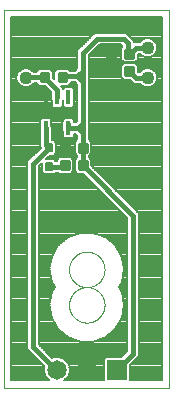
<source format=gtl>
G75*
%MOIN*%
%OFA0B0*%
%FSLAX25Y25*%
%IPPOS*%
%LPD*%
%AMOC8*
5,1,8,0,0,1.08239X$1,22.5*
%
%ADD10C,0.00000*%
%ADD11R,0.06500X0.06500*%
%ADD12C,0.06500*%
%ADD13R,0.01575X0.04724*%
%ADD14C,0.04362*%
%ADD15C,0.00875*%
%ADD16C,0.00689*%
%ADD17C,0.01800*%
%ADD18C,0.00700*%
D10*
X0005685Y0001350D02*
X0005685Y0127334D01*
X0060804Y0127334D01*
X0060804Y0001350D01*
X0005685Y0001350D01*
X0027339Y0028909D02*
X0027341Y0029062D01*
X0027347Y0029216D01*
X0027357Y0029369D01*
X0027371Y0029521D01*
X0027389Y0029674D01*
X0027411Y0029825D01*
X0027436Y0029976D01*
X0027466Y0030127D01*
X0027500Y0030277D01*
X0027537Y0030425D01*
X0027578Y0030573D01*
X0027623Y0030719D01*
X0027672Y0030865D01*
X0027725Y0031009D01*
X0027781Y0031151D01*
X0027841Y0031292D01*
X0027905Y0031432D01*
X0027972Y0031570D01*
X0028043Y0031706D01*
X0028118Y0031840D01*
X0028195Y0031972D01*
X0028277Y0032102D01*
X0028361Y0032230D01*
X0028449Y0032356D01*
X0028540Y0032479D01*
X0028634Y0032600D01*
X0028732Y0032718D01*
X0028832Y0032834D01*
X0028936Y0032947D01*
X0029042Y0033058D01*
X0029151Y0033166D01*
X0029263Y0033271D01*
X0029377Y0033372D01*
X0029495Y0033471D01*
X0029614Y0033567D01*
X0029736Y0033660D01*
X0029861Y0033749D01*
X0029988Y0033836D01*
X0030117Y0033918D01*
X0030248Y0033998D01*
X0030381Y0034074D01*
X0030516Y0034147D01*
X0030653Y0034216D01*
X0030792Y0034281D01*
X0030932Y0034343D01*
X0031074Y0034401D01*
X0031217Y0034456D01*
X0031362Y0034507D01*
X0031508Y0034554D01*
X0031655Y0034597D01*
X0031803Y0034636D01*
X0031952Y0034672D01*
X0032102Y0034703D01*
X0032253Y0034731D01*
X0032404Y0034755D01*
X0032557Y0034775D01*
X0032709Y0034791D01*
X0032862Y0034803D01*
X0033015Y0034811D01*
X0033168Y0034815D01*
X0033322Y0034815D01*
X0033475Y0034811D01*
X0033628Y0034803D01*
X0033781Y0034791D01*
X0033933Y0034775D01*
X0034086Y0034755D01*
X0034237Y0034731D01*
X0034388Y0034703D01*
X0034538Y0034672D01*
X0034687Y0034636D01*
X0034835Y0034597D01*
X0034982Y0034554D01*
X0035128Y0034507D01*
X0035273Y0034456D01*
X0035416Y0034401D01*
X0035558Y0034343D01*
X0035698Y0034281D01*
X0035837Y0034216D01*
X0035974Y0034147D01*
X0036109Y0034074D01*
X0036242Y0033998D01*
X0036373Y0033918D01*
X0036502Y0033836D01*
X0036629Y0033749D01*
X0036754Y0033660D01*
X0036876Y0033567D01*
X0036995Y0033471D01*
X0037113Y0033372D01*
X0037227Y0033271D01*
X0037339Y0033166D01*
X0037448Y0033058D01*
X0037554Y0032947D01*
X0037658Y0032834D01*
X0037758Y0032718D01*
X0037856Y0032600D01*
X0037950Y0032479D01*
X0038041Y0032356D01*
X0038129Y0032230D01*
X0038213Y0032102D01*
X0038295Y0031972D01*
X0038372Y0031840D01*
X0038447Y0031706D01*
X0038518Y0031570D01*
X0038585Y0031432D01*
X0038649Y0031292D01*
X0038709Y0031151D01*
X0038765Y0031009D01*
X0038818Y0030865D01*
X0038867Y0030719D01*
X0038912Y0030573D01*
X0038953Y0030425D01*
X0038990Y0030277D01*
X0039024Y0030127D01*
X0039054Y0029976D01*
X0039079Y0029825D01*
X0039101Y0029674D01*
X0039119Y0029521D01*
X0039133Y0029369D01*
X0039143Y0029216D01*
X0039149Y0029062D01*
X0039151Y0028909D01*
X0039149Y0028756D01*
X0039143Y0028602D01*
X0039133Y0028449D01*
X0039119Y0028297D01*
X0039101Y0028144D01*
X0039079Y0027993D01*
X0039054Y0027842D01*
X0039024Y0027691D01*
X0038990Y0027541D01*
X0038953Y0027393D01*
X0038912Y0027245D01*
X0038867Y0027099D01*
X0038818Y0026953D01*
X0038765Y0026809D01*
X0038709Y0026667D01*
X0038649Y0026526D01*
X0038585Y0026386D01*
X0038518Y0026248D01*
X0038447Y0026112D01*
X0038372Y0025978D01*
X0038295Y0025846D01*
X0038213Y0025716D01*
X0038129Y0025588D01*
X0038041Y0025462D01*
X0037950Y0025339D01*
X0037856Y0025218D01*
X0037758Y0025100D01*
X0037658Y0024984D01*
X0037554Y0024871D01*
X0037448Y0024760D01*
X0037339Y0024652D01*
X0037227Y0024547D01*
X0037113Y0024446D01*
X0036995Y0024347D01*
X0036876Y0024251D01*
X0036754Y0024158D01*
X0036629Y0024069D01*
X0036502Y0023982D01*
X0036373Y0023900D01*
X0036242Y0023820D01*
X0036109Y0023744D01*
X0035974Y0023671D01*
X0035837Y0023602D01*
X0035698Y0023537D01*
X0035558Y0023475D01*
X0035416Y0023417D01*
X0035273Y0023362D01*
X0035128Y0023311D01*
X0034982Y0023264D01*
X0034835Y0023221D01*
X0034687Y0023182D01*
X0034538Y0023146D01*
X0034388Y0023115D01*
X0034237Y0023087D01*
X0034086Y0023063D01*
X0033933Y0023043D01*
X0033781Y0023027D01*
X0033628Y0023015D01*
X0033475Y0023007D01*
X0033322Y0023003D01*
X0033168Y0023003D01*
X0033015Y0023007D01*
X0032862Y0023015D01*
X0032709Y0023027D01*
X0032557Y0023043D01*
X0032404Y0023063D01*
X0032253Y0023087D01*
X0032102Y0023115D01*
X0031952Y0023146D01*
X0031803Y0023182D01*
X0031655Y0023221D01*
X0031508Y0023264D01*
X0031362Y0023311D01*
X0031217Y0023362D01*
X0031074Y0023417D01*
X0030932Y0023475D01*
X0030792Y0023537D01*
X0030653Y0023602D01*
X0030516Y0023671D01*
X0030381Y0023744D01*
X0030248Y0023820D01*
X0030117Y0023900D01*
X0029988Y0023982D01*
X0029861Y0024069D01*
X0029736Y0024158D01*
X0029614Y0024251D01*
X0029495Y0024347D01*
X0029377Y0024446D01*
X0029263Y0024547D01*
X0029151Y0024652D01*
X0029042Y0024760D01*
X0028936Y0024871D01*
X0028832Y0024984D01*
X0028732Y0025100D01*
X0028634Y0025218D01*
X0028540Y0025339D01*
X0028449Y0025462D01*
X0028361Y0025588D01*
X0028277Y0025716D01*
X0028195Y0025846D01*
X0028118Y0025978D01*
X0028043Y0026112D01*
X0027972Y0026248D01*
X0027905Y0026386D01*
X0027841Y0026526D01*
X0027781Y0026667D01*
X0027725Y0026809D01*
X0027672Y0026953D01*
X0027623Y0027099D01*
X0027578Y0027245D01*
X0027537Y0027393D01*
X0027500Y0027541D01*
X0027466Y0027691D01*
X0027436Y0027842D01*
X0027411Y0027993D01*
X0027389Y0028144D01*
X0027371Y0028297D01*
X0027357Y0028449D01*
X0027347Y0028602D01*
X0027341Y0028756D01*
X0027339Y0028909D01*
X0027339Y0040720D02*
X0027341Y0040873D01*
X0027347Y0041027D01*
X0027357Y0041180D01*
X0027371Y0041332D01*
X0027389Y0041485D01*
X0027411Y0041636D01*
X0027436Y0041787D01*
X0027466Y0041938D01*
X0027500Y0042088D01*
X0027537Y0042236D01*
X0027578Y0042384D01*
X0027623Y0042530D01*
X0027672Y0042676D01*
X0027725Y0042820D01*
X0027781Y0042962D01*
X0027841Y0043103D01*
X0027905Y0043243D01*
X0027972Y0043381D01*
X0028043Y0043517D01*
X0028118Y0043651D01*
X0028195Y0043783D01*
X0028277Y0043913D01*
X0028361Y0044041D01*
X0028449Y0044167D01*
X0028540Y0044290D01*
X0028634Y0044411D01*
X0028732Y0044529D01*
X0028832Y0044645D01*
X0028936Y0044758D01*
X0029042Y0044869D01*
X0029151Y0044977D01*
X0029263Y0045082D01*
X0029377Y0045183D01*
X0029495Y0045282D01*
X0029614Y0045378D01*
X0029736Y0045471D01*
X0029861Y0045560D01*
X0029988Y0045647D01*
X0030117Y0045729D01*
X0030248Y0045809D01*
X0030381Y0045885D01*
X0030516Y0045958D01*
X0030653Y0046027D01*
X0030792Y0046092D01*
X0030932Y0046154D01*
X0031074Y0046212D01*
X0031217Y0046267D01*
X0031362Y0046318D01*
X0031508Y0046365D01*
X0031655Y0046408D01*
X0031803Y0046447D01*
X0031952Y0046483D01*
X0032102Y0046514D01*
X0032253Y0046542D01*
X0032404Y0046566D01*
X0032557Y0046586D01*
X0032709Y0046602D01*
X0032862Y0046614D01*
X0033015Y0046622D01*
X0033168Y0046626D01*
X0033322Y0046626D01*
X0033475Y0046622D01*
X0033628Y0046614D01*
X0033781Y0046602D01*
X0033933Y0046586D01*
X0034086Y0046566D01*
X0034237Y0046542D01*
X0034388Y0046514D01*
X0034538Y0046483D01*
X0034687Y0046447D01*
X0034835Y0046408D01*
X0034982Y0046365D01*
X0035128Y0046318D01*
X0035273Y0046267D01*
X0035416Y0046212D01*
X0035558Y0046154D01*
X0035698Y0046092D01*
X0035837Y0046027D01*
X0035974Y0045958D01*
X0036109Y0045885D01*
X0036242Y0045809D01*
X0036373Y0045729D01*
X0036502Y0045647D01*
X0036629Y0045560D01*
X0036754Y0045471D01*
X0036876Y0045378D01*
X0036995Y0045282D01*
X0037113Y0045183D01*
X0037227Y0045082D01*
X0037339Y0044977D01*
X0037448Y0044869D01*
X0037554Y0044758D01*
X0037658Y0044645D01*
X0037758Y0044529D01*
X0037856Y0044411D01*
X0037950Y0044290D01*
X0038041Y0044167D01*
X0038129Y0044041D01*
X0038213Y0043913D01*
X0038295Y0043783D01*
X0038372Y0043651D01*
X0038447Y0043517D01*
X0038518Y0043381D01*
X0038585Y0043243D01*
X0038649Y0043103D01*
X0038709Y0042962D01*
X0038765Y0042820D01*
X0038818Y0042676D01*
X0038867Y0042530D01*
X0038912Y0042384D01*
X0038953Y0042236D01*
X0038990Y0042088D01*
X0039024Y0041938D01*
X0039054Y0041787D01*
X0039079Y0041636D01*
X0039101Y0041485D01*
X0039119Y0041332D01*
X0039133Y0041180D01*
X0039143Y0041027D01*
X0039149Y0040873D01*
X0039151Y0040720D01*
X0039149Y0040567D01*
X0039143Y0040413D01*
X0039133Y0040260D01*
X0039119Y0040108D01*
X0039101Y0039955D01*
X0039079Y0039804D01*
X0039054Y0039653D01*
X0039024Y0039502D01*
X0038990Y0039352D01*
X0038953Y0039204D01*
X0038912Y0039056D01*
X0038867Y0038910D01*
X0038818Y0038764D01*
X0038765Y0038620D01*
X0038709Y0038478D01*
X0038649Y0038337D01*
X0038585Y0038197D01*
X0038518Y0038059D01*
X0038447Y0037923D01*
X0038372Y0037789D01*
X0038295Y0037657D01*
X0038213Y0037527D01*
X0038129Y0037399D01*
X0038041Y0037273D01*
X0037950Y0037150D01*
X0037856Y0037029D01*
X0037758Y0036911D01*
X0037658Y0036795D01*
X0037554Y0036682D01*
X0037448Y0036571D01*
X0037339Y0036463D01*
X0037227Y0036358D01*
X0037113Y0036257D01*
X0036995Y0036158D01*
X0036876Y0036062D01*
X0036754Y0035969D01*
X0036629Y0035880D01*
X0036502Y0035793D01*
X0036373Y0035711D01*
X0036242Y0035631D01*
X0036109Y0035555D01*
X0035974Y0035482D01*
X0035837Y0035413D01*
X0035698Y0035348D01*
X0035558Y0035286D01*
X0035416Y0035228D01*
X0035273Y0035173D01*
X0035128Y0035122D01*
X0034982Y0035075D01*
X0034835Y0035032D01*
X0034687Y0034993D01*
X0034538Y0034957D01*
X0034388Y0034926D01*
X0034237Y0034898D01*
X0034086Y0034874D01*
X0033933Y0034854D01*
X0033781Y0034838D01*
X0033628Y0034826D01*
X0033475Y0034818D01*
X0033322Y0034814D01*
X0033168Y0034814D01*
X0033015Y0034818D01*
X0032862Y0034826D01*
X0032709Y0034838D01*
X0032557Y0034854D01*
X0032404Y0034874D01*
X0032253Y0034898D01*
X0032102Y0034926D01*
X0031952Y0034957D01*
X0031803Y0034993D01*
X0031655Y0035032D01*
X0031508Y0035075D01*
X0031362Y0035122D01*
X0031217Y0035173D01*
X0031074Y0035228D01*
X0030932Y0035286D01*
X0030792Y0035348D01*
X0030653Y0035413D01*
X0030516Y0035482D01*
X0030381Y0035555D01*
X0030248Y0035631D01*
X0030117Y0035711D01*
X0029988Y0035793D01*
X0029861Y0035880D01*
X0029736Y0035969D01*
X0029614Y0036062D01*
X0029495Y0036158D01*
X0029377Y0036257D01*
X0029263Y0036358D01*
X0029151Y0036463D01*
X0029042Y0036571D01*
X0028936Y0036682D01*
X0028832Y0036795D01*
X0028732Y0036911D01*
X0028634Y0037029D01*
X0028540Y0037150D01*
X0028449Y0037273D01*
X0028361Y0037399D01*
X0028277Y0037527D01*
X0028195Y0037657D01*
X0028118Y0037789D01*
X0028043Y0037923D01*
X0027972Y0038059D01*
X0027905Y0038197D01*
X0027841Y0038337D01*
X0027781Y0038478D01*
X0027725Y0038620D01*
X0027672Y0038764D01*
X0027623Y0038910D01*
X0027578Y0039056D01*
X0027537Y0039204D01*
X0027500Y0039352D01*
X0027466Y0039502D01*
X0027436Y0039653D01*
X0027411Y0039804D01*
X0027389Y0039955D01*
X0027371Y0040108D01*
X0027357Y0040260D01*
X0027347Y0040413D01*
X0027341Y0040567D01*
X0027339Y0040720D01*
D11*
X0043245Y0007256D03*
D12*
X0033245Y0007256D03*
X0023245Y0007256D03*
D13*
X0019582Y0087795D03*
X0019582Y0098032D03*
X0023322Y0098032D03*
X0027063Y0098032D03*
X0027063Y0087795D03*
D14*
X0012969Y0104618D03*
X0012969Y0114618D03*
X0053520Y0114618D03*
X0053520Y0104618D03*
D15*
X0048747Y0105486D02*
X0046121Y0105486D01*
X0046121Y0108112D01*
X0048747Y0108112D01*
X0048747Y0105486D01*
X0048747Y0106360D02*
X0046121Y0106360D01*
X0046121Y0107234D02*
X0048747Y0107234D01*
X0048747Y0108108D02*
X0046121Y0108108D01*
X0046092Y0113835D02*
X0048718Y0113835D01*
X0048718Y0111209D01*
X0046092Y0111209D01*
X0046092Y0113835D01*
X0046092Y0112083D02*
X0048718Y0112083D01*
X0048718Y0112957D02*
X0046092Y0112957D01*
X0046092Y0113831D02*
X0048718Y0113831D01*
X0042718Y0113835D02*
X0040092Y0113835D01*
X0042718Y0113835D02*
X0042718Y0111209D01*
X0040092Y0111209D01*
X0040092Y0113835D01*
X0040092Y0112083D02*
X0042718Y0112083D01*
X0042718Y0112957D02*
X0040092Y0112957D01*
X0040092Y0113831D02*
X0042718Y0113831D01*
X0042747Y0105486D02*
X0040121Y0105486D01*
X0040121Y0108112D01*
X0042747Y0108112D01*
X0042747Y0105486D01*
X0042747Y0106360D02*
X0040121Y0106360D01*
X0040121Y0107234D02*
X0042747Y0107234D01*
X0042747Y0108108D02*
X0040121Y0108108D01*
X0033258Y0082616D02*
X0030632Y0082616D01*
X0033258Y0082616D02*
X0033258Y0079990D01*
X0030632Y0079990D01*
X0030632Y0082616D01*
X0030632Y0080864D02*
X0033258Y0080864D01*
X0033258Y0081738D02*
X0030632Y0081738D01*
X0030632Y0082612D02*
X0033258Y0082612D01*
X0033258Y0074108D02*
X0030632Y0074108D01*
X0030632Y0076734D01*
X0033258Y0076734D01*
X0033258Y0074108D01*
X0033258Y0074982D02*
X0030632Y0074982D01*
X0030632Y0075856D02*
X0033258Y0075856D01*
X0033258Y0076730D02*
X0030632Y0076730D01*
X0027258Y0074108D02*
X0024632Y0074108D01*
X0024632Y0076734D01*
X0027258Y0076734D01*
X0027258Y0074108D01*
X0027258Y0074982D02*
X0024632Y0074982D01*
X0024632Y0075856D02*
X0027258Y0075856D01*
X0027258Y0076730D02*
X0024632Y0076730D01*
X0024632Y0082616D02*
X0027258Y0082616D01*
X0027258Y0079990D01*
X0024632Y0079990D01*
X0024632Y0082616D01*
X0024632Y0080864D02*
X0027258Y0080864D01*
X0027258Y0081738D02*
X0024632Y0081738D01*
X0024632Y0082612D02*
X0027258Y0082612D01*
X0026441Y0103409D02*
X0023815Y0103409D01*
X0023815Y0106035D01*
X0026441Y0106035D01*
X0026441Y0103409D01*
X0026441Y0104283D02*
X0023815Y0104283D01*
X0023815Y0105157D02*
X0026441Y0105157D01*
X0026441Y0106031D02*
X0023815Y0106031D01*
X0020441Y0103409D02*
X0017815Y0103409D01*
X0017815Y0106035D01*
X0020441Y0106035D01*
X0020441Y0103409D01*
X0020441Y0104283D02*
X0017815Y0104283D01*
X0017815Y0105157D02*
X0020441Y0105157D01*
X0020441Y0106031D02*
X0017815Y0106031D01*
D16*
X0021619Y0082397D02*
X0021619Y0080085D01*
X0019551Y0080085D01*
X0019551Y0082397D01*
X0021619Y0082397D01*
X0021619Y0080773D02*
X0019551Y0080773D01*
X0019551Y0081461D02*
X0021619Y0081461D01*
X0021619Y0082149D02*
X0019551Y0082149D01*
X0021619Y0076097D02*
X0021619Y0073785D01*
X0019551Y0073785D01*
X0019551Y0076097D01*
X0021619Y0076097D01*
X0021619Y0074473D02*
X0019551Y0074473D01*
X0019551Y0075161D02*
X0021619Y0075161D01*
X0021619Y0075849D02*
X0019551Y0075849D01*
D17*
X0020585Y0074941D02*
X0025465Y0074941D01*
X0025945Y0075421D01*
X0020585Y0081241D02*
X0015285Y0075941D01*
X0015285Y0014950D01*
X0022980Y0007256D01*
X0023245Y0007256D01*
X0043245Y0007256D02*
X0048685Y0012696D01*
X0048685Y0058680D01*
X0031945Y0075421D01*
X0031945Y0081303D01*
X0031945Y0086136D01*
X0030285Y0087795D01*
X0031945Y0089454D01*
X0031945Y0103091D01*
X0029985Y0105050D01*
X0031945Y0107009D01*
X0031945Y0112909D01*
X0036685Y0117650D01*
X0045485Y0117650D01*
X0047085Y0116050D01*
X0047085Y0112842D01*
X0047405Y0112522D01*
X0049500Y0114618D01*
X0053520Y0114618D01*
X0047434Y0106799D02*
X0049615Y0104618D01*
X0053520Y0104618D01*
X0031945Y0105050D02*
X0031945Y0103091D01*
X0031945Y0105050D02*
X0029985Y0105050D01*
X0025456Y0105050D01*
X0025128Y0104722D01*
X0023322Y0100528D02*
X0019128Y0104722D01*
X0013074Y0104722D01*
X0012969Y0104618D01*
X0019582Y0087795D02*
X0019582Y0082244D01*
X0020585Y0081241D01*
X0019585Y0087792D02*
X0019582Y0087795D01*
X0023322Y0098032D02*
X0023322Y0100528D01*
X0027063Y0089327D02*
X0027063Y0087795D01*
X0030285Y0087795D01*
X0031590Y0087795D01*
X0031945Y0088150D01*
X0031945Y0089454D01*
X0031945Y0088150D02*
X0031945Y0086136D01*
X0031945Y0082913D02*
X0031945Y0081303D01*
X0031945Y0105050D02*
X0031945Y0107009D01*
D18*
X0033895Y0106825D02*
X0044634Y0106825D01*
X0044634Y0106127D02*
X0033895Y0106127D01*
X0033895Y0105428D02*
X0044634Y0105428D01*
X0044634Y0104870D02*
X0045506Y0103999D01*
X0047477Y0103999D01*
X0048808Y0102668D01*
X0050901Y0102668D01*
X0051690Y0101879D01*
X0052877Y0101387D01*
X0054163Y0101387D01*
X0055350Y0101879D01*
X0056259Y0102787D01*
X0056751Y0103975D01*
X0056751Y0105260D01*
X0056259Y0106448D01*
X0055350Y0107357D01*
X0054163Y0107849D01*
X0052877Y0107849D01*
X0051690Y0107357D01*
X0050901Y0106568D01*
X0050423Y0106568D01*
X0050234Y0106757D01*
X0050234Y0108727D01*
X0049363Y0109599D01*
X0045506Y0109599D01*
X0044634Y0108727D01*
X0044634Y0104870D01*
X0044775Y0104730D02*
X0033895Y0104730D01*
X0033895Y0104031D02*
X0045473Y0104031D01*
X0044634Y0107524D02*
X0033895Y0107524D01*
X0033895Y0108222D02*
X0044634Y0108222D01*
X0044828Y0108921D02*
X0033895Y0108921D01*
X0033895Y0109619D02*
X0058454Y0109619D01*
X0058454Y0108921D02*
X0050041Y0108921D01*
X0050234Y0108222D02*
X0058454Y0108222D01*
X0058454Y0107524D02*
X0054948Y0107524D01*
X0055882Y0106825D02*
X0058454Y0106825D01*
X0058454Y0106127D02*
X0056392Y0106127D01*
X0056682Y0105428D02*
X0058454Y0105428D01*
X0058454Y0104730D02*
X0056751Y0104730D01*
X0056751Y0104031D02*
X0058454Y0104031D01*
X0058454Y0103333D02*
X0056485Y0103333D01*
X0056106Y0102634D02*
X0058454Y0102634D01*
X0058454Y0101936D02*
X0055407Y0101936D01*
X0058454Y0101237D02*
X0033895Y0101237D01*
X0033895Y0100539D02*
X0058454Y0100539D01*
X0058454Y0099840D02*
X0033895Y0099840D01*
X0033895Y0099142D02*
X0058454Y0099142D01*
X0058454Y0098443D02*
X0033895Y0098443D01*
X0033895Y0097745D02*
X0058454Y0097745D01*
X0058454Y0097046D02*
X0033895Y0097046D01*
X0033895Y0096348D02*
X0058454Y0096348D01*
X0058454Y0095649D02*
X0033895Y0095649D01*
X0033895Y0094951D02*
X0058454Y0094951D01*
X0058454Y0094252D02*
X0033895Y0094252D01*
X0033895Y0093553D02*
X0058454Y0093553D01*
X0058454Y0092855D02*
X0033895Y0092855D01*
X0033895Y0092156D02*
X0058454Y0092156D01*
X0058454Y0091458D02*
X0033895Y0091458D01*
X0033895Y0090759D02*
X0058454Y0090759D01*
X0058454Y0090061D02*
X0033895Y0090061D01*
X0033895Y0089362D02*
X0058454Y0089362D01*
X0058454Y0088664D02*
X0033895Y0088664D01*
X0033895Y0087965D02*
X0058454Y0087965D01*
X0058454Y0087267D02*
X0033895Y0087267D01*
X0033895Y0086568D02*
X0058454Y0086568D01*
X0058454Y0085870D02*
X0033895Y0085870D01*
X0033895Y0085171D02*
X0058454Y0085171D01*
X0058454Y0084473D02*
X0033895Y0084473D01*
X0033895Y0084081D02*
X0033895Y0112101D01*
X0037493Y0115700D01*
X0044678Y0115700D01*
X0045135Y0115242D01*
X0045135Y0114981D01*
X0044605Y0114451D01*
X0044605Y0110594D01*
X0045477Y0109722D01*
X0049334Y0109722D01*
X0050205Y0110594D01*
X0050205Y0112565D01*
X0050308Y0112668D01*
X0050901Y0112668D01*
X0051690Y0111879D01*
X0052877Y0111387D01*
X0054163Y0111387D01*
X0055350Y0111879D01*
X0056259Y0112787D01*
X0056751Y0113975D01*
X0056751Y0115260D01*
X0056259Y0116448D01*
X0055350Y0117357D01*
X0054163Y0117849D01*
X0052877Y0117849D01*
X0051690Y0117357D01*
X0050901Y0116568D01*
X0049035Y0116568D01*
X0049035Y0116858D01*
X0047435Y0118458D01*
X0046293Y0119600D01*
X0035878Y0119600D01*
X0034735Y0118458D01*
X0029995Y0113717D01*
X0029995Y0107817D01*
X0029178Y0107000D01*
X0027579Y0107000D01*
X0027057Y0107522D01*
X0023199Y0107522D01*
X0022328Y0106651D01*
X0022328Y0104280D01*
X0021928Y0104680D01*
X0021928Y0106651D01*
X0021057Y0107522D01*
X0017199Y0107522D01*
X0016349Y0106672D01*
X0015484Y0106672D01*
X0014799Y0107357D01*
X0013612Y0107849D01*
X0012326Y0107849D01*
X0011139Y0107357D01*
X0010230Y0106448D01*
X0009738Y0105260D01*
X0009738Y0103975D01*
X0010230Y0102787D01*
X0011139Y0101879D01*
X0012326Y0101387D01*
X0013612Y0101387D01*
X0014799Y0101879D01*
X0015693Y0102772D01*
X0016349Y0102772D01*
X0017199Y0101922D01*
X0019170Y0101922D01*
X0021372Y0099720D01*
X0021372Y0097225D01*
X0021485Y0097112D01*
X0021485Y0095235D01*
X0022100Y0094620D01*
X0024545Y0094620D01*
X0025160Y0095235D01*
X0025160Y0097112D01*
X0025225Y0097177D01*
X0025225Y0095235D01*
X0025840Y0094620D01*
X0028285Y0094620D01*
X0028900Y0095235D01*
X0028900Y0100829D01*
X0028285Y0101444D01*
X0025840Y0101444D01*
X0025272Y0100877D01*
X0025272Y0101336D01*
X0024686Y0101922D01*
X0027057Y0101922D01*
X0027928Y0102794D01*
X0027928Y0103100D01*
X0029178Y0103100D01*
X0029995Y0102283D01*
X0029995Y0090262D01*
X0029478Y0089745D01*
X0029013Y0089745D01*
X0029013Y0090135D01*
X0028900Y0090247D01*
X0028900Y0090592D01*
X0028285Y0091207D01*
X0027940Y0091207D01*
X0027870Y0091277D01*
X0026255Y0091277D01*
X0026185Y0091207D01*
X0025840Y0091207D01*
X0025225Y0090592D01*
X0025225Y0090247D01*
X0025113Y0090135D01*
X0025113Y0086988D01*
X0025225Y0086875D01*
X0025225Y0084998D01*
X0025840Y0084383D01*
X0028285Y0084383D01*
X0028900Y0084998D01*
X0028900Y0085845D01*
X0029478Y0085845D01*
X0029995Y0085328D01*
X0029995Y0084081D01*
X0029145Y0083231D01*
X0029145Y0079374D01*
X0029995Y0078524D01*
X0029995Y0078200D01*
X0029145Y0077350D01*
X0029145Y0073492D01*
X0030016Y0072621D01*
X0031987Y0072621D01*
X0046735Y0057872D01*
X0046735Y0013504D01*
X0044787Y0011555D01*
X0039560Y0011555D01*
X0038945Y0010940D01*
X0038945Y0003700D01*
X0025770Y0003700D01*
X0026890Y0004820D01*
X0027545Y0006400D01*
X0027545Y0008111D01*
X0026890Y0009691D01*
X0025680Y0010901D01*
X0024100Y0011555D01*
X0022389Y0011555D01*
X0021716Y0011277D01*
X0017235Y0015758D01*
X0017235Y0075133D01*
X0018158Y0076055D01*
X0018158Y0073208D01*
X0018974Y0072391D01*
X0022197Y0072391D01*
X0022797Y0072991D01*
X0023645Y0072991D01*
X0024016Y0072621D01*
X0027873Y0072621D01*
X0028745Y0073492D01*
X0028745Y0077350D01*
X0027873Y0078221D01*
X0024016Y0078221D01*
X0023145Y0077350D01*
X0023145Y0076891D01*
X0022797Y0076891D01*
X0022197Y0077491D01*
X0019594Y0077491D01*
X0020793Y0078691D01*
X0022197Y0078691D01*
X0023013Y0079507D01*
X0023013Y0082974D01*
X0022197Y0083791D01*
X0021532Y0083791D01*
X0021532Y0086981D01*
X0021535Y0086984D01*
X0021535Y0088600D01*
X0021532Y0088603D01*
X0021420Y0088716D01*
X0021420Y0090592D01*
X0020805Y0091207D01*
X0018360Y0091207D01*
X0017745Y0090592D01*
X0017745Y0088716D01*
X0017632Y0088603D01*
X0017632Y0081436D01*
X0017828Y0081241D01*
X0013335Y0076748D01*
X0013335Y0014142D01*
X0019068Y0008410D01*
X0018945Y0008111D01*
X0018945Y0006400D01*
X0019599Y0004820D01*
X0020719Y0003700D01*
X0008035Y0003700D01*
X0008035Y0124984D01*
X0058454Y0124984D01*
X0058454Y0003700D01*
X0047545Y0003700D01*
X0047545Y0008798D01*
X0049493Y0010746D01*
X0050635Y0011889D01*
X0050635Y0059488D01*
X0049493Y0060630D01*
X0034745Y0075379D01*
X0034745Y0077350D01*
X0033895Y0078200D01*
X0033895Y0078524D01*
X0034745Y0079374D01*
X0034745Y0083231D01*
X0033895Y0084081D01*
X0034202Y0083774D02*
X0058454Y0083774D01*
X0058454Y0083076D02*
X0034745Y0083076D01*
X0034745Y0082377D02*
X0058454Y0082377D01*
X0058454Y0081679D02*
X0034745Y0081679D01*
X0034745Y0080980D02*
X0058454Y0080980D01*
X0058454Y0080282D02*
X0034745Y0080282D01*
X0034745Y0079583D02*
X0058454Y0079583D01*
X0058454Y0078885D02*
X0034255Y0078885D01*
X0033908Y0078186D02*
X0058454Y0078186D01*
X0058454Y0077488D02*
X0034606Y0077488D01*
X0034745Y0076789D02*
X0058454Y0076789D01*
X0058454Y0076091D02*
X0034745Y0076091D01*
X0034745Y0075392D02*
X0058454Y0075392D01*
X0058454Y0074694D02*
X0035429Y0074694D01*
X0036128Y0073995D02*
X0058454Y0073995D01*
X0058454Y0073297D02*
X0036826Y0073297D01*
X0037525Y0072598D02*
X0058454Y0072598D01*
X0058454Y0071900D02*
X0038223Y0071900D01*
X0038922Y0071201D02*
X0058454Y0071201D01*
X0058454Y0070503D02*
X0039620Y0070503D01*
X0040319Y0069804D02*
X0058454Y0069804D01*
X0058454Y0069106D02*
X0041017Y0069106D01*
X0041716Y0068407D02*
X0058454Y0068407D01*
X0058454Y0067709D02*
X0042415Y0067709D01*
X0043113Y0067010D02*
X0058454Y0067010D01*
X0058454Y0066312D02*
X0043812Y0066312D01*
X0044510Y0065613D02*
X0058454Y0065613D01*
X0058454Y0064915D02*
X0045209Y0064915D01*
X0045907Y0064216D02*
X0058454Y0064216D01*
X0058454Y0063518D02*
X0046606Y0063518D01*
X0047304Y0062819D02*
X0058454Y0062819D01*
X0058454Y0062120D02*
X0048003Y0062120D01*
X0048701Y0061422D02*
X0058454Y0061422D01*
X0058454Y0060723D02*
X0049400Y0060723D01*
X0050098Y0060025D02*
X0058454Y0060025D01*
X0058454Y0059326D02*
X0050635Y0059326D01*
X0050635Y0058628D02*
X0058454Y0058628D01*
X0058454Y0057929D02*
X0050635Y0057929D01*
X0050635Y0057231D02*
X0058454Y0057231D01*
X0058454Y0056532D02*
X0050635Y0056532D01*
X0050635Y0055834D02*
X0058454Y0055834D01*
X0058454Y0055135D02*
X0050635Y0055135D01*
X0050635Y0054437D02*
X0058454Y0054437D01*
X0058454Y0053738D02*
X0050635Y0053738D01*
X0050635Y0053040D02*
X0058454Y0053040D01*
X0058454Y0052341D02*
X0050635Y0052341D01*
X0050635Y0051643D02*
X0058454Y0051643D01*
X0058454Y0050944D02*
X0050635Y0050944D01*
X0050635Y0050246D02*
X0058454Y0050246D01*
X0058454Y0049547D02*
X0050635Y0049547D01*
X0050635Y0048849D02*
X0058454Y0048849D01*
X0058454Y0048150D02*
X0050635Y0048150D01*
X0050635Y0047452D02*
X0058454Y0047452D01*
X0058454Y0046753D02*
X0050635Y0046753D01*
X0050635Y0046055D02*
X0058454Y0046055D01*
X0058454Y0045356D02*
X0050635Y0045356D01*
X0050635Y0044658D02*
X0058454Y0044658D01*
X0058454Y0043959D02*
X0050635Y0043959D01*
X0050635Y0043261D02*
X0058454Y0043261D01*
X0058454Y0042562D02*
X0050635Y0042562D01*
X0050635Y0041864D02*
X0058454Y0041864D01*
X0058454Y0041165D02*
X0050635Y0041165D01*
X0050635Y0040467D02*
X0058454Y0040467D01*
X0058454Y0039768D02*
X0050635Y0039768D01*
X0050635Y0039070D02*
X0058454Y0039070D01*
X0058454Y0038371D02*
X0050635Y0038371D01*
X0050635Y0037673D02*
X0058454Y0037673D01*
X0058454Y0036974D02*
X0050635Y0036974D01*
X0050635Y0036276D02*
X0058454Y0036276D01*
X0058454Y0035577D02*
X0050635Y0035577D01*
X0050635Y0034879D02*
X0058454Y0034879D01*
X0058454Y0034180D02*
X0050635Y0034180D01*
X0050635Y0033482D02*
X0058454Y0033482D01*
X0058454Y0032783D02*
X0050635Y0032783D01*
X0050635Y0032084D02*
X0058454Y0032084D01*
X0058454Y0031386D02*
X0050635Y0031386D01*
X0050635Y0030687D02*
X0058454Y0030687D01*
X0058454Y0029989D02*
X0050635Y0029989D01*
X0050635Y0029290D02*
X0058454Y0029290D01*
X0058454Y0028592D02*
X0050635Y0028592D01*
X0050635Y0027893D02*
X0058454Y0027893D01*
X0058454Y0027195D02*
X0050635Y0027195D01*
X0050635Y0026496D02*
X0058454Y0026496D01*
X0058454Y0025798D02*
X0050635Y0025798D01*
X0050635Y0025099D02*
X0058454Y0025099D01*
X0058454Y0024401D02*
X0050635Y0024401D01*
X0050635Y0023702D02*
X0058454Y0023702D01*
X0058454Y0023004D02*
X0050635Y0023004D01*
X0050635Y0022305D02*
X0058454Y0022305D01*
X0058454Y0021607D02*
X0050635Y0021607D01*
X0050635Y0020908D02*
X0058454Y0020908D01*
X0058454Y0020210D02*
X0050635Y0020210D01*
X0050635Y0019511D02*
X0058454Y0019511D01*
X0058454Y0018813D02*
X0050635Y0018813D01*
X0050635Y0018114D02*
X0058454Y0018114D01*
X0058454Y0017416D02*
X0050635Y0017416D01*
X0050635Y0016717D02*
X0058454Y0016717D01*
X0058454Y0016019D02*
X0050635Y0016019D01*
X0050635Y0015320D02*
X0058454Y0015320D01*
X0058454Y0014622D02*
X0050635Y0014622D01*
X0050635Y0013923D02*
X0058454Y0013923D01*
X0058454Y0013225D02*
X0050635Y0013225D01*
X0050635Y0012526D02*
X0058454Y0012526D01*
X0058454Y0011828D02*
X0050574Y0011828D01*
X0049876Y0011129D02*
X0058454Y0011129D01*
X0058454Y0010431D02*
X0049177Y0010431D01*
X0049493Y0010746D02*
X0049493Y0010746D01*
X0048479Y0009732D02*
X0058454Y0009732D01*
X0058454Y0009034D02*
X0047780Y0009034D01*
X0047545Y0008335D02*
X0058454Y0008335D01*
X0058454Y0007637D02*
X0047545Y0007637D01*
X0047545Y0006938D02*
X0058454Y0006938D01*
X0058454Y0006240D02*
X0047545Y0006240D01*
X0047545Y0005541D02*
X0058454Y0005541D01*
X0058454Y0004843D02*
X0047545Y0004843D01*
X0047545Y0004144D02*
X0058454Y0004144D01*
X0046735Y0013923D02*
X0019070Y0013923D01*
X0019768Y0013225D02*
X0046456Y0013225D01*
X0045757Y0012526D02*
X0020467Y0012526D01*
X0021166Y0011828D02*
X0045059Y0011828D01*
X0046735Y0014622D02*
X0018371Y0014622D01*
X0017673Y0015320D02*
X0046735Y0015320D01*
X0046735Y0016019D02*
X0017235Y0016019D01*
X0017235Y0016717D02*
X0030861Y0016717D01*
X0031081Y0016637D02*
X0035408Y0016637D01*
X0039475Y0018117D01*
X0042790Y0020899D01*
X0042790Y0020899D01*
X0044954Y0024647D01*
X0044954Y0024647D01*
X0045706Y0028909D01*
X0044954Y0033171D01*
X0044005Y0034815D01*
X0044954Y0036458D01*
X0044954Y0036458D01*
X0045706Y0040720D01*
X0044954Y0044982D01*
X0042790Y0048730D01*
X0039475Y0051512D01*
X0035408Y0052992D01*
X0031081Y0052992D01*
X0027014Y0051512D01*
X0023699Y0048730D01*
X0023699Y0048730D01*
X0021535Y0044982D01*
X0020784Y0040720D01*
X0021535Y0036458D01*
X0022484Y0034815D01*
X0021535Y0033171D01*
X0021535Y0033171D01*
X0020784Y0028909D01*
X0021535Y0024647D01*
X0023699Y0020899D01*
X0027014Y0018117D01*
X0031081Y0016637D01*
X0028942Y0017416D02*
X0017235Y0017416D01*
X0017235Y0018114D02*
X0027023Y0018114D01*
X0027014Y0018117D02*
X0027014Y0018117D01*
X0026185Y0018813D02*
X0017235Y0018813D01*
X0017235Y0019511D02*
X0025353Y0019511D01*
X0024520Y0020210D02*
X0017235Y0020210D01*
X0017235Y0020908D02*
X0023694Y0020908D01*
X0023699Y0020899D02*
X0023699Y0020899D01*
X0023699Y0020899D01*
X0023290Y0021607D02*
X0017235Y0021607D01*
X0017235Y0022305D02*
X0022887Y0022305D01*
X0022484Y0023004D02*
X0017235Y0023004D01*
X0017235Y0023702D02*
X0022080Y0023702D01*
X0021677Y0024401D02*
X0017235Y0024401D01*
X0017235Y0025099D02*
X0021455Y0025099D01*
X0021535Y0024647D02*
X0021535Y0024647D01*
X0021332Y0025798D02*
X0017235Y0025798D01*
X0017235Y0026496D02*
X0021209Y0026496D01*
X0021086Y0027195D02*
X0017235Y0027195D01*
X0017235Y0027893D02*
X0020963Y0027893D01*
X0020839Y0028592D02*
X0017235Y0028592D01*
X0017235Y0029290D02*
X0020851Y0029290D01*
X0020784Y0028909D02*
X0020784Y0028909D01*
X0020974Y0029989D02*
X0017235Y0029989D01*
X0017235Y0030687D02*
X0021097Y0030687D01*
X0021220Y0031386D02*
X0017235Y0031386D01*
X0017235Y0032084D02*
X0021343Y0032084D01*
X0021467Y0032783D02*
X0017235Y0032783D01*
X0017235Y0033482D02*
X0021714Y0033482D01*
X0022118Y0034180D02*
X0017235Y0034180D01*
X0017235Y0034879D02*
X0022447Y0034879D01*
X0022044Y0035577D02*
X0017235Y0035577D01*
X0017235Y0036276D02*
X0021640Y0036276D01*
X0021535Y0036458D02*
X0021535Y0036458D01*
X0021444Y0036974D02*
X0017235Y0036974D01*
X0017235Y0037673D02*
X0021321Y0037673D01*
X0021198Y0038371D02*
X0017235Y0038371D01*
X0017235Y0039070D02*
X0021075Y0039070D01*
X0020951Y0039768D02*
X0017235Y0039768D01*
X0017235Y0040467D02*
X0020828Y0040467D01*
X0020784Y0040720D02*
X0020784Y0040720D01*
X0020862Y0041165D02*
X0017235Y0041165D01*
X0017235Y0041864D02*
X0020985Y0041864D01*
X0021108Y0042562D02*
X0017235Y0042562D01*
X0017235Y0043261D02*
X0021231Y0043261D01*
X0021355Y0043959D02*
X0017235Y0043959D01*
X0017235Y0044658D02*
X0021478Y0044658D01*
X0021535Y0044982D02*
X0021535Y0044982D01*
X0021751Y0045356D02*
X0017235Y0045356D01*
X0017235Y0046055D02*
X0022154Y0046055D01*
X0022558Y0046753D02*
X0017235Y0046753D01*
X0017235Y0047452D02*
X0022961Y0047452D01*
X0023364Y0048150D02*
X0017235Y0048150D01*
X0017235Y0048849D02*
X0023841Y0048849D01*
X0024673Y0049547D02*
X0017235Y0049547D01*
X0017235Y0050246D02*
X0025505Y0050246D01*
X0026338Y0050944D02*
X0017235Y0050944D01*
X0017235Y0051643D02*
X0027374Y0051643D01*
X0027014Y0051512D02*
X0027014Y0051512D01*
X0029294Y0052341D02*
X0017235Y0052341D01*
X0017235Y0053040D02*
X0046735Y0053040D01*
X0046735Y0053738D02*
X0017235Y0053738D01*
X0017235Y0054437D02*
X0046735Y0054437D01*
X0046735Y0055135D02*
X0017235Y0055135D01*
X0017235Y0055834D02*
X0046735Y0055834D01*
X0046735Y0056532D02*
X0017235Y0056532D01*
X0017235Y0057231D02*
X0046735Y0057231D01*
X0046678Y0057929D02*
X0017235Y0057929D01*
X0017235Y0058628D02*
X0045980Y0058628D01*
X0045281Y0059326D02*
X0017235Y0059326D01*
X0017235Y0060025D02*
X0044583Y0060025D01*
X0043884Y0060723D02*
X0017235Y0060723D01*
X0017235Y0061422D02*
X0043186Y0061422D01*
X0042487Y0062120D02*
X0017235Y0062120D01*
X0017235Y0062819D02*
X0041789Y0062819D01*
X0041090Y0063518D02*
X0017235Y0063518D01*
X0017235Y0064216D02*
X0040392Y0064216D01*
X0039693Y0064915D02*
X0017235Y0064915D01*
X0017235Y0065613D02*
X0038995Y0065613D01*
X0038296Y0066312D02*
X0017235Y0066312D01*
X0017235Y0067010D02*
X0037598Y0067010D01*
X0036899Y0067709D02*
X0017235Y0067709D01*
X0017235Y0068407D02*
X0036201Y0068407D01*
X0035502Y0069106D02*
X0017235Y0069106D01*
X0017235Y0069804D02*
X0034804Y0069804D01*
X0034105Y0070503D02*
X0017235Y0070503D01*
X0017235Y0071201D02*
X0033407Y0071201D01*
X0032708Y0071900D02*
X0017235Y0071900D01*
X0017235Y0072598D02*
X0018768Y0072598D01*
X0018158Y0073297D02*
X0017235Y0073297D01*
X0017235Y0073995D02*
X0018158Y0073995D01*
X0018158Y0074694D02*
X0017235Y0074694D01*
X0017495Y0075392D02*
X0018158Y0075392D01*
X0020289Y0078186D02*
X0023981Y0078186D01*
X0023283Y0077488D02*
X0022200Y0077488D01*
X0022391Y0078885D02*
X0029634Y0078885D01*
X0029981Y0078186D02*
X0027908Y0078186D01*
X0028606Y0077488D02*
X0029283Y0077488D01*
X0029145Y0076789D02*
X0028745Y0076789D01*
X0028745Y0076091D02*
X0029145Y0076091D01*
X0029145Y0075392D02*
X0028745Y0075392D01*
X0028745Y0074694D02*
X0029145Y0074694D01*
X0029145Y0073995D02*
X0028745Y0073995D01*
X0028549Y0073297D02*
X0029340Y0073297D01*
X0032010Y0072598D02*
X0022403Y0072598D01*
X0023013Y0079583D02*
X0029145Y0079583D01*
X0029145Y0080282D02*
X0023013Y0080282D01*
X0023013Y0080980D02*
X0029145Y0080980D01*
X0029145Y0081679D02*
X0023013Y0081679D01*
X0023013Y0082377D02*
X0029145Y0082377D01*
X0029145Y0083076D02*
X0022911Y0083076D01*
X0022213Y0083774D02*
X0029687Y0083774D01*
X0029995Y0084473D02*
X0028375Y0084473D01*
X0028900Y0085171D02*
X0029995Y0085171D01*
X0029793Y0090061D02*
X0029013Y0090061D01*
X0028733Y0090759D02*
X0029995Y0090759D01*
X0029995Y0091458D02*
X0008035Y0091458D01*
X0008035Y0092156D02*
X0029995Y0092156D01*
X0029995Y0092855D02*
X0008035Y0092855D01*
X0008035Y0093553D02*
X0029995Y0093553D01*
X0029995Y0094252D02*
X0008035Y0094252D01*
X0008035Y0094951D02*
X0021770Y0094951D01*
X0021485Y0095649D02*
X0008035Y0095649D01*
X0008035Y0096348D02*
X0021485Y0096348D01*
X0021485Y0097046D02*
X0008035Y0097046D01*
X0008035Y0097745D02*
X0021372Y0097745D01*
X0021372Y0098443D02*
X0008035Y0098443D01*
X0008035Y0099142D02*
X0021372Y0099142D01*
X0021253Y0099840D02*
X0008035Y0099840D01*
X0008035Y0100539D02*
X0020554Y0100539D01*
X0019856Y0101237D02*
X0008035Y0101237D01*
X0008035Y0101936D02*
X0011082Y0101936D01*
X0010383Y0102634D02*
X0008035Y0102634D01*
X0008035Y0103333D02*
X0010004Y0103333D01*
X0009738Y0104031D02*
X0008035Y0104031D01*
X0008035Y0104730D02*
X0009738Y0104730D01*
X0009807Y0105428D02*
X0008035Y0105428D01*
X0008035Y0106127D02*
X0010097Y0106127D01*
X0010607Y0106825D02*
X0008035Y0106825D01*
X0008035Y0107524D02*
X0011541Y0107524D01*
X0014396Y0107524D02*
X0029701Y0107524D01*
X0029995Y0108222D02*
X0008035Y0108222D01*
X0008035Y0108921D02*
X0029995Y0108921D01*
X0029995Y0109619D02*
X0008035Y0109619D01*
X0008035Y0110318D02*
X0029995Y0110318D01*
X0029995Y0111016D02*
X0008035Y0111016D01*
X0008035Y0111715D02*
X0029995Y0111715D01*
X0029995Y0112413D02*
X0008035Y0112413D01*
X0008035Y0113112D02*
X0029995Y0113112D01*
X0030088Y0113810D02*
X0008035Y0113810D01*
X0008035Y0114509D02*
X0030787Y0114509D01*
X0031485Y0115207D02*
X0008035Y0115207D01*
X0008035Y0115906D02*
X0032184Y0115906D01*
X0032882Y0116604D02*
X0008035Y0116604D01*
X0008035Y0117303D02*
X0033581Y0117303D01*
X0034279Y0118001D02*
X0008035Y0118001D01*
X0008035Y0118700D02*
X0034978Y0118700D01*
X0035676Y0119398D02*
X0008035Y0119398D01*
X0008035Y0120097D02*
X0058454Y0120097D01*
X0058454Y0120795D02*
X0008035Y0120795D01*
X0008035Y0121494D02*
X0058454Y0121494D01*
X0058454Y0122192D02*
X0008035Y0122192D01*
X0008035Y0122891D02*
X0058454Y0122891D01*
X0058454Y0123589D02*
X0008035Y0123589D01*
X0008035Y0124288D02*
X0058454Y0124288D01*
X0058454Y0119398D02*
X0046495Y0119398D01*
X0047193Y0118700D02*
X0058454Y0118700D01*
X0058454Y0118001D02*
X0047892Y0118001D01*
X0048590Y0117303D02*
X0051636Y0117303D01*
X0050937Y0116604D02*
X0049035Y0116604D01*
X0050205Y0112413D02*
X0051155Y0112413D01*
X0052085Y0111715D02*
X0050205Y0111715D01*
X0050205Y0111016D02*
X0058454Y0111016D01*
X0058454Y0110318D02*
X0049929Y0110318D01*
X0050234Y0107524D02*
X0052093Y0107524D01*
X0051158Y0106825D02*
X0050234Y0106825D01*
X0048143Y0103333D02*
X0033895Y0103333D01*
X0033895Y0102634D02*
X0050934Y0102634D01*
X0051633Y0101936D02*
X0033895Y0101936D01*
X0029995Y0101936D02*
X0027070Y0101936D01*
X0027768Y0102634D02*
X0029644Y0102634D01*
X0029995Y0101237D02*
X0028492Y0101237D01*
X0028900Y0100539D02*
X0029995Y0100539D01*
X0029995Y0099840D02*
X0028900Y0099840D01*
X0028900Y0099142D02*
X0029995Y0099142D01*
X0029995Y0098443D02*
X0028900Y0098443D01*
X0028900Y0097745D02*
X0029995Y0097745D01*
X0029995Y0097046D02*
X0028900Y0097046D01*
X0028900Y0096348D02*
X0029995Y0096348D01*
X0029995Y0095649D02*
X0028900Y0095649D01*
X0028615Y0094951D02*
X0029995Y0094951D01*
X0025510Y0094951D02*
X0024875Y0094951D01*
X0025160Y0095649D02*
X0025225Y0095649D01*
X0025225Y0096348D02*
X0025160Y0096348D01*
X0025160Y0097046D02*
X0025225Y0097046D01*
X0025272Y0101237D02*
X0025633Y0101237D01*
X0022502Y0106825D02*
X0021754Y0106825D01*
X0021928Y0106127D02*
X0022328Y0106127D01*
X0022328Y0105428D02*
X0021928Y0105428D01*
X0021928Y0104730D02*
X0022328Y0104730D01*
X0017186Y0101936D02*
X0014856Y0101936D01*
X0015555Y0102634D02*
X0016488Y0102634D01*
X0016502Y0106825D02*
X0015331Y0106825D01*
X0017912Y0090759D02*
X0008035Y0090759D01*
X0008035Y0090061D02*
X0017745Y0090061D01*
X0017745Y0089362D02*
X0008035Y0089362D01*
X0008035Y0088664D02*
X0017693Y0088664D01*
X0017632Y0087965D02*
X0008035Y0087965D01*
X0008035Y0087267D02*
X0017632Y0087267D01*
X0017632Y0086568D02*
X0008035Y0086568D01*
X0008035Y0085870D02*
X0017632Y0085870D01*
X0017632Y0085171D02*
X0008035Y0085171D01*
X0008035Y0084473D02*
X0017632Y0084473D01*
X0017632Y0083774D02*
X0008035Y0083774D01*
X0008035Y0083076D02*
X0017632Y0083076D01*
X0017632Y0082377D02*
X0008035Y0082377D01*
X0008035Y0081679D02*
X0017632Y0081679D01*
X0017567Y0080980D02*
X0008035Y0080980D01*
X0008035Y0080282D02*
X0016869Y0080282D01*
X0016170Y0079583D02*
X0008035Y0079583D01*
X0008035Y0078885D02*
X0015472Y0078885D01*
X0014773Y0078186D02*
X0008035Y0078186D01*
X0008035Y0077488D02*
X0014075Y0077488D01*
X0013376Y0076789D02*
X0008035Y0076789D01*
X0008035Y0076091D02*
X0013335Y0076091D01*
X0013335Y0075392D02*
X0008035Y0075392D01*
X0008035Y0074694D02*
X0013335Y0074694D01*
X0013335Y0073995D02*
X0008035Y0073995D01*
X0008035Y0073297D02*
X0013335Y0073297D01*
X0013335Y0072598D02*
X0008035Y0072598D01*
X0008035Y0071900D02*
X0013335Y0071900D01*
X0013335Y0071201D02*
X0008035Y0071201D01*
X0008035Y0070503D02*
X0013335Y0070503D01*
X0013335Y0069804D02*
X0008035Y0069804D01*
X0008035Y0069106D02*
X0013335Y0069106D01*
X0013335Y0068407D02*
X0008035Y0068407D01*
X0008035Y0067709D02*
X0013335Y0067709D01*
X0013335Y0067010D02*
X0008035Y0067010D01*
X0008035Y0066312D02*
X0013335Y0066312D01*
X0013335Y0065613D02*
X0008035Y0065613D01*
X0008035Y0064915D02*
X0013335Y0064915D01*
X0013335Y0064216D02*
X0008035Y0064216D01*
X0008035Y0063518D02*
X0013335Y0063518D01*
X0013335Y0062819D02*
X0008035Y0062819D01*
X0008035Y0062120D02*
X0013335Y0062120D01*
X0013335Y0061422D02*
X0008035Y0061422D01*
X0008035Y0060723D02*
X0013335Y0060723D01*
X0013335Y0060025D02*
X0008035Y0060025D01*
X0008035Y0059326D02*
X0013335Y0059326D01*
X0013335Y0058628D02*
X0008035Y0058628D01*
X0008035Y0057929D02*
X0013335Y0057929D01*
X0013335Y0057231D02*
X0008035Y0057231D01*
X0008035Y0056532D02*
X0013335Y0056532D01*
X0013335Y0055834D02*
X0008035Y0055834D01*
X0008035Y0055135D02*
X0013335Y0055135D01*
X0013335Y0054437D02*
X0008035Y0054437D01*
X0008035Y0053738D02*
X0013335Y0053738D01*
X0013335Y0053040D02*
X0008035Y0053040D01*
X0008035Y0052341D02*
X0013335Y0052341D01*
X0013335Y0051643D02*
X0008035Y0051643D01*
X0008035Y0050944D02*
X0013335Y0050944D01*
X0013335Y0050246D02*
X0008035Y0050246D01*
X0008035Y0049547D02*
X0013335Y0049547D01*
X0013335Y0048849D02*
X0008035Y0048849D01*
X0008035Y0048150D02*
X0013335Y0048150D01*
X0013335Y0047452D02*
X0008035Y0047452D01*
X0008035Y0046753D02*
X0013335Y0046753D01*
X0013335Y0046055D02*
X0008035Y0046055D01*
X0008035Y0045356D02*
X0013335Y0045356D01*
X0013335Y0044658D02*
X0008035Y0044658D01*
X0008035Y0043959D02*
X0013335Y0043959D01*
X0013335Y0043261D02*
X0008035Y0043261D01*
X0008035Y0042562D02*
X0013335Y0042562D01*
X0013335Y0041864D02*
X0008035Y0041864D01*
X0008035Y0041165D02*
X0013335Y0041165D01*
X0013335Y0040467D02*
X0008035Y0040467D01*
X0008035Y0039768D02*
X0013335Y0039768D01*
X0013335Y0039070D02*
X0008035Y0039070D01*
X0008035Y0038371D02*
X0013335Y0038371D01*
X0013335Y0037673D02*
X0008035Y0037673D01*
X0008035Y0036974D02*
X0013335Y0036974D01*
X0013335Y0036276D02*
X0008035Y0036276D01*
X0008035Y0035577D02*
X0013335Y0035577D01*
X0013335Y0034879D02*
X0008035Y0034879D01*
X0008035Y0034180D02*
X0013335Y0034180D01*
X0013335Y0033482D02*
X0008035Y0033482D01*
X0008035Y0032783D02*
X0013335Y0032783D01*
X0013335Y0032084D02*
X0008035Y0032084D01*
X0008035Y0031386D02*
X0013335Y0031386D01*
X0013335Y0030687D02*
X0008035Y0030687D01*
X0008035Y0029989D02*
X0013335Y0029989D01*
X0013335Y0029290D02*
X0008035Y0029290D01*
X0008035Y0028592D02*
X0013335Y0028592D01*
X0013335Y0027893D02*
X0008035Y0027893D01*
X0008035Y0027195D02*
X0013335Y0027195D01*
X0013335Y0026496D02*
X0008035Y0026496D01*
X0008035Y0025798D02*
X0013335Y0025798D01*
X0013335Y0025099D02*
X0008035Y0025099D01*
X0008035Y0024401D02*
X0013335Y0024401D01*
X0013335Y0023702D02*
X0008035Y0023702D01*
X0008035Y0023004D02*
X0013335Y0023004D01*
X0013335Y0022305D02*
X0008035Y0022305D01*
X0008035Y0021607D02*
X0013335Y0021607D01*
X0013335Y0020908D02*
X0008035Y0020908D01*
X0008035Y0020210D02*
X0013335Y0020210D01*
X0013335Y0019511D02*
X0008035Y0019511D01*
X0008035Y0018813D02*
X0013335Y0018813D01*
X0013335Y0018114D02*
X0008035Y0018114D01*
X0008035Y0017416D02*
X0013335Y0017416D01*
X0013335Y0016717D02*
X0008035Y0016717D01*
X0008035Y0016019D02*
X0013335Y0016019D01*
X0013335Y0015320D02*
X0008035Y0015320D01*
X0008035Y0014622D02*
X0013335Y0014622D01*
X0013555Y0013923D02*
X0008035Y0013923D01*
X0008035Y0013225D02*
X0014253Y0013225D01*
X0014952Y0012526D02*
X0008035Y0012526D01*
X0008035Y0011828D02*
X0015650Y0011828D01*
X0016349Y0011129D02*
X0008035Y0011129D01*
X0008035Y0010431D02*
X0017047Y0010431D01*
X0017746Y0009732D02*
X0008035Y0009732D01*
X0008035Y0009034D02*
X0018444Y0009034D01*
X0019037Y0008335D02*
X0008035Y0008335D01*
X0008035Y0007637D02*
X0018945Y0007637D01*
X0018945Y0006938D02*
X0008035Y0006938D01*
X0008035Y0006240D02*
X0019011Y0006240D01*
X0019300Y0005541D02*
X0008035Y0005541D01*
X0008035Y0004843D02*
X0019590Y0004843D01*
X0020275Y0004144D02*
X0008035Y0004144D01*
X0025129Y0011129D02*
X0039133Y0011129D01*
X0038945Y0010431D02*
X0026150Y0010431D01*
X0026849Y0009732D02*
X0038945Y0009732D01*
X0038945Y0009034D02*
X0027162Y0009034D01*
X0027452Y0008335D02*
X0038945Y0008335D01*
X0038945Y0007637D02*
X0027545Y0007637D01*
X0027545Y0006938D02*
X0038945Y0006938D01*
X0038945Y0006240D02*
X0027478Y0006240D01*
X0027189Y0005541D02*
X0038945Y0005541D01*
X0038945Y0004843D02*
X0026899Y0004843D01*
X0026214Y0004144D02*
X0038945Y0004144D01*
X0035628Y0016717D02*
X0046735Y0016717D01*
X0046735Y0017416D02*
X0037547Y0017416D01*
X0039466Y0018114D02*
X0046735Y0018114D01*
X0046735Y0018813D02*
X0040304Y0018813D01*
X0039475Y0018117D02*
X0039475Y0018117D01*
X0041136Y0019511D02*
X0046735Y0019511D01*
X0046735Y0020210D02*
X0041969Y0020210D01*
X0042795Y0020908D02*
X0046735Y0020908D01*
X0046735Y0021607D02*
X0043199Y0021607D01*
X0043602Y0022305D02*
X0046735Y0022305D01*
X0046735Y0023004D02*
X0044005Y0023004D01*
X0044409Y0023702D02*
X0046735Y0023702D01*
X0046735Y0024401D02*
X0044812Y0024401D01*
X0045034Y0025099D02*
X0046735Y0025099D01*
X0046735Y0025798D02*
X0045157Y0025798D01*
X0045280Y0026496D02*
X0046735Y0026496D01*
X0046735Y0027195D02*
X0045403Y0027195D01*
X0045526Y0027893D02*
X0046735Y0027893D01*
X0046735Y0028592D02*
X0045650Y0028592D01*
X0045638Y0029290D02*
X0046735Y0029290D01*
X0046735Y0029989D02*
X0045515Y0029989D01*
X0045392Y0030687D02*
X0046735Y0030687D01*
X0046735Y0031386D02*
X0045269Y0031386D01*
X0045146Y0032084D02*
X0046735Y0032084D01*
X0046735Y0032783D02*
X0045022Y0032783D01*
X0044954Y0033171D02*
X0044954Y0033171D01*
X0044775Y0033482D02*
X0046735Y0033482D01*
X0046735Y0034180D02*
X0044371Y0034180D01*
X0044042Y0034879D02*
X0046735Y0034879D01*
X0046735Y0035577D02*
X0044445Y0035577D01*
X0044849Y0036276D02*
X0046735Y0036276D01*
X0046735Y0036974D02*
X0045045Y0036974D01*
X0045168Y0037673D02*
X0046735Y0037673D01*
X0046735Y0038371D02*
X0045291Y0038371D01*
X0045415Y0039070D02*
X0046735Y0039070D01*
X0046735Y0039768D02*
X0045538Y0039768D01*
X0045661Y0040467D02*
X0046735Y0040467D01*
X0046735Y0041165D02*
X0045627Y0041165D01*
X0045504Y0041864D02*
X0046735Y0041864D01*
X0046735Y0042562D02*
X0045381Y0042562D01*
X0045258Y0043261D02*
X0046735Y0043261D01*
X0046735Y0043959D02*
X0045134Y0043959D01*
X0045011Y0044658D02*
X0046735Y0044658D01*
X0046735Y0045356D02*
X0044738Y0045356D01*
X0044954Y0044982D02*
X0044954Y0044982D01*
X0044335Y0046055D02*
X0046735Y0046055D01*
X0046735Y0046753D02*
X0043931Y0046753D01*
X0043528Y0047452D02*
X0046735Y0047452D01*
X0046735Y0048150D02*
X0043125Y0048150D01*
X0042790Y0048730D02*
X0042790Y0048730D01*
X0042790Y0048730D01*
X0042648Y0048849D02*
X0046735Y0048849D01*
X0046735Y0049547D02*
X0041816Y0049547D01*
X0040984Y0050246D02*
X0046735Y0050246D01*
X0046735Y0050944D02*
X0040151Y0050944D01*
X0039115Y0051643D02*
X0046735Y0051643D01*
X0046735Y0052341D02*
X0037195Y0052341D01*
X0025751Y0084473D02*
X0021532Y0084473D01*
X0021532Y0085171D02*
X0025225Y0085171D01*
X0025225Y0085870D02*
X0021532Y0085870D01*
X0021532Y0086568D02*
X0025225Y0086568D01*
X0025113Y0087267D02*
X0021535Y0087267D01*
X0021535Y0087965D02*
X0025113Y0087965D01*
X0025113Y0088664D02*
X0021471Y0088664D01*
X0021420Y0089362D02*
X0025113Y0089362D01*
X0025113Y0090061D02*
X0021420Y0090061D01*
X0021253Y0090759D02*
X0025392Y0090759D01*
X0033895Y0110318D02*
X0044881Y0110318D01*
X0044605Y0111016D02*
X0033895Y0111016D01*
X0033895Y0111715D02*
X0044605Y0111715D01*
X0044605Y0112413D02*
X0034206Y0112413D01*
X0034905Y0113112D02*
X0044605Y0113112D01*
X0044605Y0113810D02*
X0035604Y0113810D01*
X0036302Y0114509D02*
X0044663Y0114509D01*
X0045135Y0115207D02*
X0037001Y0115207D01*
X0054955Y0111715D02*
X0058454Y0111715D01*
X0058454Y0112413D02*
X0055885Y0112413D01*
X0056394Y0113112D02*
X0058454Y0113112D01*
X0058454Y0113810D02*
X0056683Y0113810D01*
X0056751Y0114509D02*
X0058454Y0114509D01*
X0058454Y0115207D02*
X0056751Y0115207D01*
X0056484Y0115906D02*
X0058454Y0115906D01*
X0058454Y0116604D02*
X0056103Y0116604D01*
X0055404Y0117303D02*
X0058454Y0117303D01*
M02*

</source>
